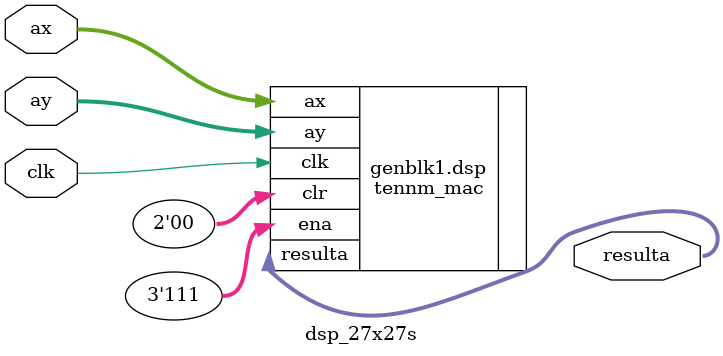
<source format=sv>
module dsp_27x27s #(
    parameter FAMILY = "Agilex",
    parameter LATENCY = 4,
    parameter AX_WIDTH = 27,
    parameter AY_WIDTH = 27,
    parameter RESULT_A_WIDTH = 54
) (
    input clk,
    input signed [AX_WIDTH-1:0] ax,
    input signed [AY_WIDTH-1:0] ay,
    output signed [RESULT_A_WIDTH-1:0] resulta
);

initial begin
    if ((FAMILY == "Agilex") && ((LATENCY < 2) || (LATENCY > 4)))
        $fatal("(LATENCY < %d) || (LATENCY > %d): %d", 2, 4, LATENCY);
    if ((FAMILY == "Stratix 10") && ((LATENCY < 2) || (LATENCY > 4)))
        $fatal("(LATENCY < %d) || (LATENCY > %d): %d", 2, 4, LATENCY);
    if ((FAMILY == "Arria 10") && ((LATENCY < 2) || (LATENCY > 3)))
        $fatal("(LATENCY < %d) || (LATENCY > %d): %d", 2, 3, LATENCY);
end

generate

if (FAMILY == "Agilex") begin
    (* altera_attribute = "-name DSP_REGISTER_PACKING Disable" *)
    tennm_mac  #(
        .ax_width (AX_WIDTH),
        .ay_scan_in_width (AY_WIDTH),
        .signed_max("true"),
        .signed_may("true"),        
        .operation_mode ("m27x27"),
        .ax_clken ("0"),
        .ay_scan_in_clken ("0"),
        .input_pipeline_clken ((LATENCY == 4) ? "0" : "no_reg"),
        .second_pipeline_clken ((LATENCY >= 3) ? "0" : "no_reg"),
        .output_clken ("0"),
        .scan_out_width (AY_WIDTH),
        .result_a_width (RESULT_A_WIDTH)
    ) dsp (
        .clr (2'b0),
        .ax (ax),
        .ay (ay),
        .clk (clk),
        .ena (3'b111),
        .resulta (resulta)
    );
end else if (FAMILY == "Stratix 10") begin
    (* altera_attribute = "-name DSP_REGISTER_PACKING Disable" *)
    fourteennm_mac  #(
        .ax_width (AX_WIDTH),
        .ay_scan_in_width (AY_WIDTH),
        .signed_max("true"),
        .signed_may("true"),        
        .operation_mode ("m27x27"),
        .ax_clock ("0"),
        .ay_scan_in_clock ("0"),
        .input_pipeline_clock ((LATENCY >= 3) ? "0" : "none"),
        .second_pipeline_clock ((LATENCY == 4) ? "0" : "none"),
        .output_clock ("0"),
        .scan_out_width (AY_WIDTH),
        .result_a_width (RESULT_A_WIDTH)
    ) dsp (
        .clr (2'b0),
        .ax (ax),
        .ay (ay),
        .clk ({clk, clk, clk}),
        .ena (3'b111),
        .resulta (resulta)
    );
end else if (FAMILY == "Arria 10") begin
    (* altera_attribute = "-name DSP_REGISTER_PACKING Disable" *)
    twentynm_mac  #(
        .ax_width (AX_WIDTH),
        .ay_scan_in_width (AY_WIDTH),
        .signed_max("true"),
        .signed_may("true"),        
        .operation_mode ("m27x27"),
        .ax_clock ("0"),
        .ay_scan_in_clock ("0"),
        .input_pipeline_clock ((LATENCY == 3) ? "0" : "none"),
        .output_clock ("0"),
        .scan_out_width (AY_WIDTH),
        .result_a_width (RESULT_A_WIDTH)
    ) dsp (
        .aclr (2'b0),
        .ax (ax),
        .ay (ay),
        .clk ({clk, clk, clk}),
        .ena (3'b111),
        .resulta (resulta)
    );
end else begin
    reg signed [RESULT_A_WIDTH-1:0] resulta_r[0:LATENCY-1];
    integer i;
    always @(posedge clk) begin
        resulta_r[0] <= ax * ay;
        for (i = 1; i < LATENCY; i=i+1) begin
            resulta_r[i] <= resulta_r[i-1];
        end
    end
    assign resulta = resulta_r[LATENCY-1];
end

endgenerate

endmodule

</source>
